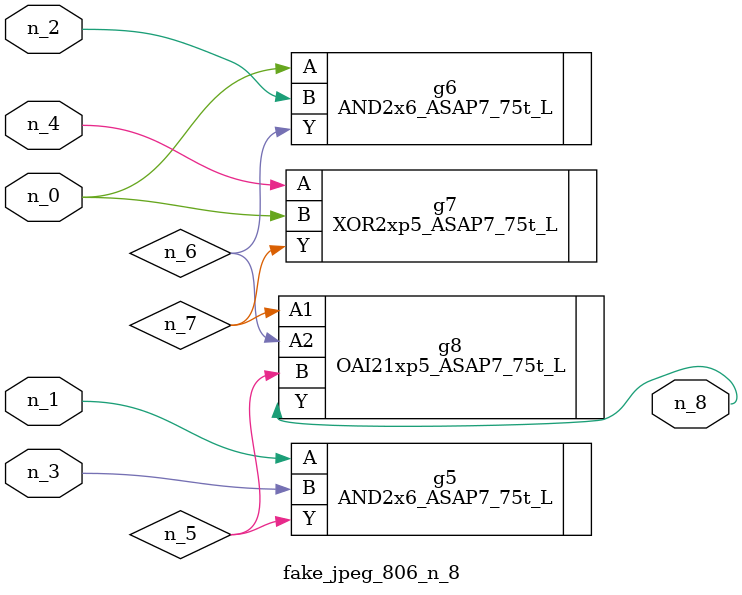
<source format=v>
module fake_jpeg_806_n_8 (n_3, n_2, n_1, n_0, n_4, n_8);

input n_3;
input n_2;
input n_1;
input n_0;
input n_4;

output n_8;

wire n_6;
wire n_5;
wire n_7;

AND2x6_ASAP7_75t_L g5 ( 
.A(n_1),
.B(n_3),
.Y(n_5)
);

AND2x6_ASAP7_75t_L g6 ( 
.A(n_0),
.B(n_2),
.Y(n_6)
);

XOR2xp5_ASAP7_75t_L g7 ( 
.A(n_4),
.B(n_0),
.Y(n_7)
);

OAI21xp5_ASAP7_75t_L g8 ( 
.A1(n_7),
.A2(n_6),
.B(n_5),
.Y(n_8)
);


endmodule
</source>
